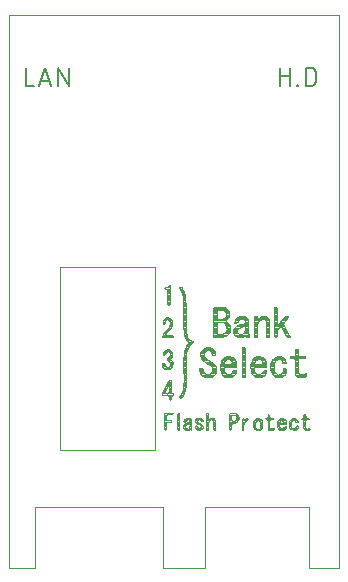
<source format=gto>
G75*
%MOIN*%
%OFA0B0*%
%FSLAX25Y25*%
%IPPOS*%
%LPD*%
%AMOC8*
5,1,8,0,0,1.08239X$1,22.5*
%
%ADD10C,0.00400*%
%ADD11C,0.00394*%
%ADD12C,0.00500*%
D10*
X0001200Y0001200D02*
X0001200Y0185528D01*
X0111257Y0185528D01*
X0111257Y0001200D01*
X0101357Y0001200D01*
X0101357Y0021357D01*
X0066712Y0021357D01*
X0066712Y0001200D01*
X0052539Y0001200D01*
X0052539Y0021357D01*
X0010019Y0021357D01*
X0010019Y0001200D01*
X0001200Y0001200D01*
X0018208Y0040255D02*
X0018208Y0101357D01*
X0050019Y0101357D01*
X0050019Y0040255D01*
X0018208Y0040255D01*
D11*
X0052764Y0047464D02*
X0053175Y0047091D01*
X0053444Y0047612D01*
X0053447Y0049187D01*
X0053609Y0049814D01*
X0055184Y0049814D01*
X0055148Y0050381D01*
X0053573Y0050381D01*
X0053448Y0051043D01*
X0053448Y0051831D01*
X0053772Y0052295D01*
X0055347Y0052299D01*
X0055872Y0052564D01*
X0055385Y0052861D01*
X0053023Y0052861D01*
X0052764Y0052332D01*
X0052764Y0049826D01*
X0052764Y0047464D01*
X0052764Y0047481D02*
X0053376Y0047481D01*
X0053444Y0047873D02*
X0052764Y0047873D01*
X0052764Y0048265D02*
X0053445Y0048265D01*
X0053446Y0048658D02*
X0052764Y0048658D01*
X0052764Y0049050D02*
X0053447Y0049050D01*
X0053513Y0049442D02*
X0052764Y0049442D01*
X0052764Y0049834D02*
X0055183Y0049834D01*
X0055158Y0050227D02*
X0052764Y0050227D01*
X0052764Y0050619D02*
X0053528Y0050619D01*
X0053454Y0051011D02*
X0052764Y0051011D01*
X0052764Y0051403D02*
X0053448Y0051403D01*
X0053448Y0051795D02*
X0052764Y0051795D01*
X0052764Y0052188D02*
X0053697Y0052188D01*
X0052885Y0052580D02*
X0055847Y0052580D01*
X0057372Y0052188D02*
X0057487Y0052861D01*
X0057960Y0052547D01*
X0057960Y0047822D01*
X0057907Y0047088D01*
X0057372Y0047340D01*
X0057372Y0052188D01*
X0057960Y0052188D01*
X0057960Y0051795D02*
X0057372Y0051795D01*
X0057372Y0051403D02*
X0057960Y0051403D01*
X0057960Y0051011D02*
X0057372Y0051011D01*
X0057372Y0050619D02*
X0057960Y0050619D01*
X0057960Y0050227D02*
X0057372Y0050227D01*
X0057372Y0049834D02*
X0057960Y0049834D01*
X0057960Y0049442D02*
X0057372Y0049442D01*
X0057372Y0049050D02*
X0057960Y0049050D01*
X0057960Y0048658D02*
X0057372Y0048658D01*
X0057372Y0048265D02*
X0057960Y0048265D01*
X0057960Y0047873D02*
X0057372Y0047873D01*
X0057372Y0047481D02*
X0057936Y0047481D01*
X0057905Y0047089D02*
X0057907Y0047089D01*
X0059406Y0047492D02*
X0060078Y0047117D01*
X0060856Y0047180D01*
X0061428Y0047404D01*
X0060050Y0047763D01*
X0059941Y0048498D01*
X0060567Y0048946D01*
X0061296Y0049244D01*
X0061424Y0048670D01*
X0061203Y0047958D01*
X0061938Y0047093D01*
X0062045Y0047522D01*
X0062016Y0048306D01*
X0062008Y0049880D01*
X0061876Y0050644D01*
X0061254Y0051088D01*
X0060471Y0051128D01*
X0059764Y0050815D01*
X0059370Y0050145D01*
X0059785Y0049814D01*
X0060192Y0050380D01*
X0060908Y0050603D01*
X0061419Y0050123D01*
X0060881Y0049616D01*
X0060139Y0049352D01*
X0059482Y0048934D01*
X0059180Y0048227D01*
X0059406Y0047492D01*
X0059427Y0047481D02*
X0061132Y0047481D01*
X0061275Y0047873D02*
X0062032Y0047873D01*
X0062035Y0047481D02*
X0061608Y0047481D01*
X0061299Y0048265D02*
X0062017Y0048265D01*
X0062014Y0048658D02*
X0061421Y0048658D01*
X0061339Y0049050D02*
X0062012Y0049050D01*
X0062010Y0049442D02*
X0060392Y0049442D01*
X0060821Y0049050D02*
X0059665Y0049050D01*
X0059364Y0048658D02*
X0060164Y0048658D01*
X0059975Y0048265D02*
X0059196Y0048265D01*
X0059289Y0047873D02*
X0060033Y0047873D01*
X0059800Y0049834D02*
X0059760Y0049834D01*
X0060082Y0050227D02*
X0059418Y0050227D01*
X0059649Y0050619D02*
X0061880Y0050619D01*
X0061948Y0050227D02*
X0061309Y0050227D01*
X0061113Y0049834D02*
X0062008Y0049834D01*
X0063196Y0049877D02*
X0063336Y0050628D01*
X0063961Y0051077D01*
X0064742Y0051127D01*
X0065441Y0050794D01*
X0065768Y0050097D01*
X0065177Y0049953D01*
X0064759Y0050571D01*
X0063999Y0050491D01*
X0063920Y0049805D01*
X0064603Y0049424D01*
X0065329Y0049122D01*
X0065818Y0048532D01*
X0065751Y0047765D01*
X0065182Y0047239D01*
X0064415Y0047101D01*
X0063918Y0047172D01*
X0063296Y0047626D01*
X0063085Y0048376D01*
X0063586Y0048659D01*
X0063768Y0047964D01*
X0064433Y0047626D01*
X0065144Y0047892D01*
X0065090Y0048600D01*
X0064397Y0048963D01*
X0063678Y0049283D01*
X0063196Y0049877D01*
X0063231Y0049834D02*
X0063924Y0049834D01*
X0063969Y0050227D02*
X0063262Y0050227D01*
X0063335Y0050619D02*
X0065523Y0050619D01*
X0065707Y0050227D02*
X0064992Y0050227D01*
X0064985Y0051011D02*
X0063870Y0051011D01*
X0063549Y0049442D02*
X0064570Y0049442D01*
X0064202Y0049050D02*
X0065390Y0049050D01*
X0065714Y0048658D02*
X0064980Y0048658D01*
X0065115Y0048265D02*
X0065795Y0048265D01*
X0065760Y0047873D02*
X0065093Y0047873D01*
X0065443Y0047481D02*
X0063495Y0047481D01*
X0063226Y0047873D02*
X0063946Y0047873D01*
X0063689Y0048265D02*
X0063116Y0048265D01*
X0063583Y0048658D02*
X0063586Y0048658D01*
X0061361Y0051011D02*
X0060206Y0051011D01*
X0057911Y0052580D02*
X0057439Y0052580D01*
X0054947Y0057127D02*
X0055256Y0057605D01*
X0055256Y0058393D01*
X0055738Y0058698D01*
X0055972Y0059251D01*
X0055284Y0059351D01*
X0055256Y0060110D01*
X0055256Y0063260D01*
X0054986Y0063775D01*
X0054342Y0063537D01*
X0052538Y0060037D01*
X0052189Y0059334D01*
X0052334Y0058699D01*
X0053860Y0058699D01*
X0053853Y0059351D01*
X0053115Y0059351D01*
X0053212Y0059891D01*
X0054288Y0061994D01*
X0054464Y0061939D01*
X0054464Y0061152D01*
X0054465Y0060363D01*
X0054465Y0059575D01*
X0053948Y0059369D01*
X0053954Y0058680D01*
X0054465Y0058467D01*
X0054465Y0057432D01*
X0054947Y0057127D01*
X0055050Y0057286D02*
X0054695Y0057286D01*
X0054465Y0057679D02*
X0055256Y0057679D01*
X0055256Y0058071D02*
X0054465Y0058071D01*
X0054465Y0058463D02*
X0055367Y0058463D01*
X0055804Y0058855D02*
X0053953Y0058855D01*
X0053858Y0058855D02*
X0052298Y0058855D01*
X0052209Y0059247D02*
X0053854Y0059247D01*
X0053949Y0059247D02*
X0055971Y0059247D01*
X0055273Y0059640D02*
X0054465Y0059640D01*
X0054465Y0060032D02*
X0055259Y0060032D01*
X0055256Y0060424D02*
X0054465Y0060424D01*
X0054464Y0060816D02*
X0055256Y0060816D01*
X0055256Y0061208D02*
X0054464Y0061208D01*
X0054464Y0061601D02*
X0055256Y0061601D01*
X0055256Y0061993D02*
X0054292Y0061993D01*
X0054287Y0061993D02*
X0053546Y0061993D01*
X0053748Y0062385D02*
X0055256Y0062385D01*
X0055256Y0062777D02*
X0053950Y0062777D01*
X0054152Y0063170D02*
X0055256Y0063170D01*
X0055098Y0063562D02*
X0054409Y0063562D01*
X0054086Y0061601D02*
X0053344Y0061601D01*
X0053142Y0061208D02*
X0053886Y0061208D01*
X0053685Y0060816D02*
X0052940Y0060816D01*
X0052737Y0060424D02*
X0053484Y0060424D01*
X0053284Y0060032D02*
X0052535Y0060032D01*
X0052341Y0059640D02*
X0053166Y0059640D01*
X0057958Y0058110D02*
X0058357Y0057729D01*
X0058895Y0058147D01*
X0059339Y0058796D01*
X0059660Y0059514D01*
X0059875Y0060271D01*
X0060011Y0061047D01*
X0060093Y0061830D01*
X0060136Y0062616D01*
X0060148Y0063403D01*
X0060149Y0064978D01*
X0060100Y0068128D01*
X0060094Y0068915D01*
X0060097Y0069703D01*
X0060111Y0070490D01*
X0060143Y0071277D01*
X0060202Y0072062D01*
X0060307Y0072842D01*
X0060477Y0073611D01*
X0060741Y0074352D01*
X0061131Y0075034D01*
X0061653Y0075622D01*
X0062249Y0076137D01*
X0062499Y0076576D01*
X0061771Y0076877D01*
X0061106Y0077288D01*
X0060667Y0077937D01*
X0060416Y0078682D01*
X0060268Y0079455D01*
X0060182Y0080238D01*
X0060132Y0081023D01*
X0060105Y0081810D01*
X0060095Y0082598D01*
X0060088Y0088897D01*
X0060067Y0089685D01*
X0060022Y0090471D01*
X0059945Y0091254D01*
X0059825Y0092032D01*
X0059644Y0092798D01*
X0059378Y0093539D01*
X0059003Y0094230D01*
X0058527Y0094857D01*
X0057962Y0094749D01*
X0058142Y0094163D01*
X0058576Y0093508D01*
X0058878Y0092781D01*
X0059077Y0092020D01*
X0059204Y0091243D01*
X0059283Y0090460D01*
X0059329Y0089674D01*
X0059353Y0088887D01*
X0059364Y0087312D01*
X0059354Y0083374D01*
X0059356Y0082587D01*
X0059367Y0081800D01*
X0059395Y0081013D01*
X0059444Y0080227D01*
X0059526Y0079444D01*
X0059661Y0078668D01*
X0059880Y0077912D01*
X0060228Y0077208D01*
X0060748Y0076621D01*
X0061159Y0076172D01*
X0060627Y0075593D01*
X0060203Y0074930D01*
X0059891Y0074208D01*
X0059676Y0073451D01*
X0059535Y0072677D01*
X0059447Y0071894D01*
X0059395Y0071109D01*
X0059372Y0070321D01*
X0059364Y0069534D01*
X0059368Y0067959D01*
X0059405Y0065597D01*
X0059420Y0064022D01*
X0059415Y0063235D01*
X0059392Y0062448D01*
X0059339Y0061662D01*
X0059242Y0060881D01*
X0059076Y0060111D01*
X0058807Y0059373D01*
X0058396Y0058703D01*
X0057958Y0058110D01*
X0057999Y0058071D02*
X0058796Y0058071D01*
X0059111Y0058463D02*
X0058219Y0058463D01*
X0058489Y0058855D02*
X0059366Y0058855D01*
X0059541Y0059247D02*
X0058730Y0059247D01*
X0058904Y0059640D02*
X0059695Y0059640D01*
X0059807Y0060032D02*
X0059047Y0060032D01*
X0059143Y0060424D02*
X0059901Y0060424D01*
X0059971Y0060816D02*
X0059228Y0060816D01*
X0059283Y0061208D02*
X0060028Y0061208D01*
X0060069Y0061601D02*
X0059332Y0061601D01*
X0059362Y0061993D02*
X0060102Y0061993D01*
X0060123Y0062385D02*
X0059388Y0062385D01*
X0059401Y0062777D02*
X0060138Y0062777D01*
X0060144Y0063170D02*
X0059413Y0063170D01*
X0059417Y0063562D02*
X0060148Y0063562D01*
X0060148Y0063954D02*
X0059420Y0063954D01*
X0059417Y0064346D02*
X0060148Y0064346D01*
X0060149Y0064738D02*
X0059413Y0064738D01*
X0059410Y0065131D02*
X0060147Y0065131D01*
X0060140Y0065523D02*
X0059406Y0065523D01*
X0059400Y0065915D02*
X0060134Y0065915D01*
X0060128Y0066307D02*
X0059394Y0066307D01*
X0059388Y0066699D02*
X0060122Y0066699D01*
X0060116Y0067092D02*
X0059382Y0067092D01*
X0059375Y0067484D02*
X0060110Y0067484D01*
X0060104Y0067876D02*
X0059369Y0067876D01*
X0059367Y0068268D02*
X0060099Y0068268D01*
X0060096Y0068660D02*
X0059366Y0068660D01*
X0059365Y0069053D02*
X0060095Y0069053D01*
X0060096Y0069445D02*
X0059365Y0069445D01*
X0059368Y0069837D02*
X0060099Y0069837D01*
X0060106Y0070229D02*
X0059372Y0070229D01*
X0059381Y0070622D02*
X0060116Y0070622D01*
X0060132Y0071014D02*
X0059392Y0071014D01*
X0059414Y0071406D02*
X0060152Y0071406D01*
X0060182Y0071798D02*
X0059440Y0071798D01*
X0059480Y0072190D02*
X0060219Y0072190D01*
X0060272Y0072583D02*
X0059524Y0072583D01*
X0059589Y0072975D02*
X0060336Y0072975D01*
X0060423Y0073367D02*
X0059660Y0073367D01*
X0059763Y0073759D02*
X0060529Y0073759D01*
X0060669Y0074151D02*
X0059875Y0074151D01*
X0060036Y0074544D02*
X0060851Y0074544D01*
X0061075Y0074936D02*
X0060206Y0074936D01*
X0060457Y0075328D02*
X0061392Y0075328D01*
X0061766Y0075720D02*
X0060744Y0075720D01*
X0061104Y0076113D02*
X0062221Y0076113D01*
X0062458Y0076505D02*
X0060855Y0076505D01*
X0060503Y0076897D02*
X0061738Y0076897D01*
X0061105Y0077289D02*
X0060188Y0077289D01*
X0059994Y0077681D02*
X0060840Y0077681D01*
X0060621Y0078074D02*
X0059833Y0078074D01*
X0059720Y0078466D02*
X0060489Y0078466D01*
X0060383Y0078858D02*
X0059628Y0078858D01*
X0059560Y0079250D02*
X0060307Y0079250D01*
X0060247Y0079642D02*
X0059505Y0079642D01*
X0059464Y0080035D02*
X0060204Y0080035D01*
X0060170Y0080427D02*
X0059431Y0080427D01*
X0059407Y0080819D02*
X0060145Y0080819D01*
X0060126Y0081211D02*
X0059388Y0081211D01*
X0059374Y0081603D02*
X0060112Y0081603D01*
X0060102Y0081996D02*
X0059364Y0081996D01*
X0059358Y0082388D02*
X0060097Y0082388D01*
X0060094Y0082780D02*
X0059355Y0082780D01*
X0059354Y0083172D02*
X0060094Y0083172D01*
X0060093Y0083565D02*
X0059354Y0083565D01*
X0059355Y0083957D02*
X0060093Y0083957D01*
X0060093Y0084349D02*
X0059356Y0084349D01*
X0059357Y0084741D02*
X0060092Y0084741D01*
X0060092Y0085133D02*
X0059358Y0085133D01*
X0059359Y0085526D02*
X0060091Y0085526D01*
X0060091Y0085918D02*
X0059360Y0085918D01*
X0059361Y0086310D02*
X0060090Y0086310D01*
X0060090Y0086702D02*
X0059362Y0086702D01*
X0059363Y0087094D02*
X0060090Y0087094D01*
X0060089Y0087487D02*
X0059363Y0087487D01*
X0059360Y0087879D02*
X0060089Y0087879D01*
X0060088Y0088271D02*
X0059357Y0088271D01*
X0059354Y0088663D02*
X0060088Y0088663D01*
X0060083Y0089056D02*
X0059348Y0089056D01*
X0059336Y0089448D02*
X0060073Y0089448D01*
X0060058Y0089840D02*
X0059320Y0089840D01*
X0059297Y0090232D02*
X0060035Y0090232D01*
X0060007Y0090624D02*
X0059267Y0090624D01*
X0059227Y0091017D02*
X0059968Y0091017D01*
X0059921Y0091409D02*
X0059177Y0091409D01*
X0059113Y0091801D02*
X0059861Y0091801D01*
X0059787Y0092193D02*
X0059031Y0092193D01*
X0058929Y0092585D02*
X0059694Y0092585D01*
X0059579Y0092978D02*
X0058797Y0092978D01*
X0058634Y0093370D02*
X0059439Y0093370D01*
X0059257Y0093762D02*
X0058408Y0093762D01*
X0058148Y0094154D02*
X0059044Y0094154D01*
X0058763Y0094546D02*
X0058024Y0094546D01*
X0054807Y0094546D02*
X0053340Y0094546D01*
X0053036Y0094483D02*
X0053349Y0094077D01*
X0054016Y0093957D01*
X0054018Y0090807D01*
X0054017Y0090146D01*
X0054015Y0089358D01*
X0054228Y0088785D01*
X0054807Y0088993D01*
X0054807Y0095292D01*
X0054323Y0095207D01*
X0053801Y0094643D01*
X0053036Y0094483D01*
X0053289Y0094154D02*
X0054807Y0094154D01*
X0054807Y0093762D02*
X0054016Y0093762D01*
X0054017Y0093370D02*
X0054807Y0093370D01*
X0054807Y0092978D02*
X0054017Y0092978D01*
X0054017Y0092585D02*
X0054807Y0092585D01*
X0054807Y0092193D02*
X0054017Y0092193D01*
X0054018Y0091801D02*
X0054807Y0091801D01*
X0054807Y0091409D02*
X0054018Y0091409D01*
X0054018Y0091017D02*
X0054807Y0091017D01*
X0054807Y0090624D02*
X0054018Y0090624D01*
X0054017Y0090232D02*
X0054807Y0090232D01*
X0054807Y0089840D02*
X0054016Y0089840D01*
X0054015Y0089448D02*
X0054807Y0089448D01*
X0054807Y0089056D02*
X0054127Y0089056D01*
X0053918Y0084552D02*
X0053188Y0084286D01*
X0052710Y0083671D01*
X0052500Y0082915D01*
X0052706Y0082381D01*
X0053214Y0082674D01*
X0053375Y0083440D01*
X0053973Y0083911D01*
X0054672Y0083636D01*
X0054909Y0082898D01*
X0054786Y0082126D01*
X0054407Y0081439D01*
X0053905Y0080832D01*
X0053424Y0080208D01*
X0052976Y0079561D01*
X0052561Y0078892D01*
X0052316Y0078182D01*
X0052833Y0077912D01*
X0055195Y0077912D01*
X0055801Y0078093D01*
X0055485Y0078564D01*
X0053910Y0078564D01*
X0053147Y0078578D01*
X0053580Y0079236D01*
X0054049Y0079868D01*
X0055045Y0081087D01*
X0055452Y0081760D01*
X0055676Y0082512D01*
X0055646Y0083296D01*
X0055322Y0084005D01*
X0054693Y0084464D01*
X0053918Y0084552D01*
X0053360Y0084349D02*
X0054851Y0084349D01*
X0055344Y0083957D02*
X0052932Y0083957D01*
X0052680Y0083565D02*
X0053533Y0083565D01*
X0053319Y0083172D02*
X0052571Y0083172D01*
X0052552Y0082780D02*
X0053237Y0082780D01*
X0052718Y0082388D02*
X0052703Y0082388D01*
X0053895Y0080819D02*
X0054826Y0080819D01*
X0055120Y0081211D02*
X0054219Y0081211D01*
X0054498Y0081603D02*
X0055358Y0081603D01*
X0055522Y0081996D02*
X0054714Y0081996D01*
X0054828Y0082388D02*
X0055639Y0082388D01*
X0055666Y0082780D02*
X0054890Y0082780D01*
X0054821Y0083172D02*
X0055651Y0083172D01*
X0055523Y0083565D02*
X0054695Y0083565D01*
X0054505Y0080427D02*
X0053593Y0080427D01*
X0053304Y0080035D02*
X0054185Y0080035D01*
X0053881Y0079642D02*
X0053032Y0079642D01*
X0052783Y0079250D02*
X0053591Y0079250D01*
X0053332Y0078858D02*
X0052549Y0078858D01*
X0052414Y0078466D02*
X0055551Y0078466D01*
X0055738Y0078074D02*
X0052524Y0078074D01*
X0053483Y0073854D02*
X0052859Y0073390D01*
X0052501Y0072695D01*
X0052600Y0072106D01*
X0053183Y0072334D01*
X0053470Y0073057D01*
X0054171Y0073326D01*
X0054745Y0072841D01*
X0054861Y0072069D01*
X0054607Y0071342D01*
X0053902Y0071029D01*
X0053848Y0070438D01*
X0054578Y0070206D01*
X0054947Y0069526D01*
X0054912Y0068744D01*
X0054484Y0068106D01*
X0053732Y0067983D01*
X0053168Y0068489D01*
X0053050Y0069262D01*
X0052273Y0069273D01*
X0052370Y0068497D01*
X0052731Y0067805D01*
X0053387Y0067388D01*
X0053858Y0067305D01*
X0054633Y0067407D01*
X0055275Y0067850D01*
X0055657Y0068532D01*
X0055743Y0069311D01*
X0055521Y0070056D01*
X0054959Y0070594D01*
X0054949Y0070936D01*
X0055468Y0071517D01*
X0055616Y0072285D01*
X0055468Y0073053D01*
X0054989Y0073666D01*
X0054260Y0073935D01*
X0053483Y0073854D01*
X0053356Y0073759D02*
X0054737Y0073759D01*
X0055223Y0073367D02*
X0052848Y0073367D01*
X0052646Y0072975D02*
X0053437Y0072975D01*
X0053282Y0072583D02*
X0052520Y0072583D01*
X0052586Y0072190D02*
X0052815Y0072190D01*
X0053900Y0071014D02*
X0055018Y0071014D01*
X0054958Y0070622D02*
X0053865Y0070622D01*
X0054506Y0070229D02*
X0055340Y0070229D01*
X0055586Y0069837D02*
X0054778Y0069837D01*
X0054943Y0069445D02*
X0055703Y0069445D01*
X0055715Y0069053D02*
X0054925Y0069053D01*
X0054856Y0068660D02*
X0055672Y0068660D01*
X0055509Y0068268D02*
X0054593Y0068268D01*
X0054744Y0067484D02*
X0053236Y0067484D01*
X0052694Y0067876D02*
X0055289Y0067876D01*
X0053414Y0068268D02*
X0052489Y0068268D01*
X0052349Y0068660D02*
X0053142Y0068660D01*
X0053082Y0069053D02*
X0052301Y0069053D01*
X0054630Y0071406D02*
X0055369Y0071406D01*
X0055522Y0071798D02*
X0054766Y0071798D01*
X0054843Y0072190D02*
X0055597Y0072190D01*
X0055558Y0072583D02*
X0054784Y0072583D01*
X0054587Y0072975D02*
X0055483Y0072975D01*
X0065069Y0072682D02*
X0065046Y0071898D01*
X0065240Y0071138D01*
X0065676Y0070487D01*
X0066272Y0069973D01*
X0066898Y0069496D01*
X0067539Y0069038D01*
X0068192Y0068598D01*
X0068799Y0068103D01*
X0069091Y0067385D01*
X0069000Y0066609D01*
X0068562Y0065965D01*
X0067850Y0065650D01*
X0067066Y0065639D01*
X0066374Y0065991D01*
X0065989Y0066665D01*
X0065916Y0067447D01*
X0065436Y0067755D01*
X0064718Y0067685D01*
X0064736Y0066898D01*
X0064935Y0066139D01*
X0065348Y0065472D01*
X0065931Y0064948D01*
X0066659Y0064656D01*
X0067964Y0064594D01*
X0068726Y0064782D01*
X0069397Y0065188D01*
X0069901Y0065789D01*
X0070201Y0066514D01*
X0070298Y0067293D01*
X0070205Y0068072D01*
X0069837Y0068762D01*
X0069247Y0069279D01*
X0068575Y0069689D01*
X0067925Y0070133D01*
X0067299Y0070611D01*
X0066707Y0071130D01*
X0066268Y0071776D01*
X0066210Y0072551D01*
X0066564Y0073244D01*
X0067216Y0073664D01*
X0067991Y0073620D01*
X0068593Y0073131D01*
X0068848Y0072395D01*
X0069163Y0071924D01*
X0069951Y0071924D01*
X0070009Y0072619D01*
X0069807Y0073377D01*
X0069385Y0074037D01*
X0068758Y0074505D01*
X0068002Y0074714D01*
X0067217Y0074722D01*
X0066471Y0074483D01*
X0065831Y0074029D01*
X0065338Y0073418D01*
X0065069Y0072682D01*
X0065066Y0072583D02*
X0066226Y0072583D01*
X0066237Y0072190D02*
X0065055Y0072190D01*
X0065072Y0071798D02*
X0066267Y0071798D01*
X0066520Y0071406D02*
X0065172Y0071406D01*
X0065323Y0071014D02*
X0066839Y0071014D01*
X0067287Y0070622D02*
X0065585Y0070622D01*
X0065974Y0070229D02*
X0067798Y0070229D01*
X0068358Y0069837D02*
X0066450Y0069837D01*
X0066969Y0069445D02*
X0068975Y0069445D01*
X0069505Y0069053D02*
X0067518Y0069053D01*
X0068100Y0068660D02*
X0069891Y0068660D01*
X0070100Y0068268D02*
X0068597Y0068268D01*
X0068892Y0067876D02*
X0070228Y0067876D01*
X0070275Y0067484D02*
X0069051Y0067484D01*
X0069057Y0067092D02*
X0070273Y0067092D01*
X0070224Y0066699D02*
X0069011Y0066699D01*
X0068795Y0066307D02*
X0070115Y0066307D01*
X0069953Y0065915D02*
X0068448Y0065915D01*
X0069302Y0065131D02*
X0065728Y0065131D01*
X0065317Y0065523D02*
X0069678Y0065523D01*
X0068548Y0064738D02*
X0066454Y0064738D01*
X0066523Y0065915D02*
X0065074Y0065915D01*
X0064891Y0066307D02*
X0066193Y0066307D01*
X0065986Y0066699D02*
X0064788Y0066699D01*
X0064732Y0067092D02*
X0065949Y0067092D01*
X0065859Y0067484D02*
X0064723Y0067484D01*
X0065176Y0072975D02*
X0066427Y0072975D01*
X0066755Y0073367D02*
X0065320Y0073367D01*
X0065613Y0073759D02*
X0069563Y0073759D01*
X0069810Y0073367D02*
X0068302Y0073367D01*
X0068647Y0072975D02*
X0069914Y0072975D01*
X0070006Y0072583D02*
X0068783Y0072583D01*
X0068985Y0072190D02*
X0069973Y0072190D01*
X0069232Y0074151D02*
X0066003Y0074151D01*
X0066659Y0074544D02*
X0068617Y0074544D01*
X0069337Y0078093D02*
X0070028Y0077998D01*
X0071603Y0078003D01*
X0072389Y0078025D01*
X0073146Y0078236D01*
X0073826Y0078628D01*
X0074395Y0079170D01*
X0074761Y0079863D01*
X0074904Y0080635D01*
X0074891Y0081421D01*
X0074691Y0082180D01*
X0074255Y0082831D01*
X0073681Y0083292D01*
X0073289Y0082367D01*
X0073656Y0081733D01*
X0073767Y0080957D01*
X0073628Y0080187D01*
X0073177Y0079550D01*
X0072517Y0079129D01*
X0071346Y0078987D01*
X0070559Y0078992D01*
X0070535Y0079755D01*
X0070535Y0082905D01*
X0071119Y0083108D01*
X0071906Y0083105D01*
X0072657Y0082906D01*
X0073227Y0082440D01*
X0073642Y0083372D01*
X0073641Y0083669D01*
X0073032Y0084483D01*
X0072394Y0084133D01*
X0071672Y0084103D01*
X0070885Y0084102D01*
X0070534Y0084539D01*
X0070534Y0086901D01*
X0071041Y0087180D01*
X0071829Y0087178D01*
X0072607Y0087117D01*
X0073241Y0086662D01*
X0073544Y0085948D01*
X0073487Y0085167D01*
X0073101Y0084548D01*
X0073676Y0083752D01*
X0074215Y0084254D01*
X0074566Y0084953D01*
X0074654Y0085733D01*
X0074525Y0086506D01*
X0074168Y0087204D01*
X0073615Y0087760D01*
X0072899Y0088076D01*
X0072119Y0088167D01*
X0069757Y0088176D01*
X0069337Y0087809D01*
X0069337Y0078093D01*
X0069480Y0078074D02*
X0072564Y0078074D01*
X0073544Y0078466D02*
X0069337Y0078466D01*
X0069337Y0078858D02*
X0074067Y0078858D01*
X0074437Y0079250D02*
X0072707Y0079250D01*
X0073242Y0079642D02*
X0074644Y0079642D01*
X0074792Y0080035D02*
X0073520Y0080035D01*
X0073671Y0080427D02*
X0074865Y0080427D01*
X0074901Y0080819D02*
X0073742Y0080819D01*
X0073731Y0081211D02*
X0074894Y0081211D01*
X0074843Y0081603D02*
X0073675Y0081603D01*
X0073504Y0081996D02*
X0074740Y0081996D01*
X0074552Y0082388D02*
X0073298Y0082388D01*
X0073378Y0082780D02*
X0072811Y0082780D01*
X0073464Y0082780D02*
X0074289Y0082780D01*
X0073830Y0083172D02*
X0073630Y0083172D01*
X0073553Y0083172D02*
X0069337Y0083172D01*
X0069337Y0082780D02*
X0070535Y0082780D01*
X0070535Y0082388D02*
X0069337Y0082388D01*
X0069337Y0081996D02*
X0070535Y0081996D01*
X0070535Y0081603D02*
X0069337Y0081603D01*
X0069337Y0081211D02*
X0070535Y0081211D01*
X0070535Y0080819D02*
X0069337Y0080819D01*
X0069337Y0080427D02*
X0070535Y0080427D01*
X0070535Y0080035D02*
X0069337Y0080035D01*
X0069337Y0079642D02*
X0070538Y0079642D01*
X0070551Y0079250D02*
X0069337Y0079250D01*
X0069337Y0083565D02*
X0073641Y0083565D01*
X0073528Y0083957D02*
X0073896Y0083957D01*
X0073425Y0083957D02*
X0069337Y0083957D01*
X0069337Y0084349D02*
X0070687Y0084349D01*
X0070534Y0084741D02*
X0069337Y0084741D01*
X0069337Y0085133D02*
X0070534Y0085133D01*
X0070534Y0085526D02*
X0069337Y0085526D01*
X0069337Y0085918D02*
X0070534Y0085918D01*
X0070534Y0086310D02*
X0069337Y0086310D01*
X0069337Y0086702D02*
X0070534Y0086702D01*
X0070885Y0087094D02*
X0069337Y0087094D01*
X0069337Y0087487D02*
X0073887Y0087487D01*
X0074224Y0087094D02*
X0072638Y0087094D01*
X0073185Y0086702D02*
X0074425Y0086702D01*
X0074558Y0086310D02*
X0073391Y0086310D01*
X0073542Y0085918D02*
X0074623Y0085918D01*
X0074631Y0085526D02*
X0073513Y0085526D01*
X0073466Y0085133D02*
X0074586Y0085133D01*
X0074459Y0084741D02*
X0073222Y0084741D01*
X0073245Y0084349D02*
X0074262Y0084349D01*
X0073132Y0084349D02*
X0072788Y0084349D01*
X0073346Y0087879D02*
X0069417Y0087879D01*
X0076792Y0084272D02*
X0076422Y0083581D01*
X0076277Y0082810D01*
X0077064Y0082798D01*
X0077500Y0083214D01*
X0077889Y0083889D01*
X0078594Y0084200D01*
X0079375Y0084135D01*
X0079942Y0083633D01*
X0079792Y0082892D01*
X0079133Y0082487D01*
X0078394Y0082216D01*
X0077649Y0081961D01*
X0076956Y0081594D01*
X0076390Y0081050D01*
X0076066Y0080339D01*
X0076038Y0079555D01*
X0076324Y0078828D01*
X0076893Y0078292D01*
X0077630Y0078028D01*
X0078234Y0078007D01*
X0079004Y0078155D01*
X0079651Y0078505D01*
X0078971Y0079070D01*
X0078510Y0078947D01*
X0077738Y0079053D01*
X0077295Y0079668D01*
X0077354Y0080443D01*
X0077896Y0080996D01*
X0078614Y0081314D01*
X0079351Y0081593D01*
X0079981Y0081808D01*
X0079986Y0080234D01*
X0079636Y0079563D01*
X0079057Y0079113D01*
X0079738Y0078505D01*
X0080024Y0078355D01*
X0080579Y0077999D01*
X0081367Y0078002D01*
X0081114Y0078638D01*
X0081030Y0079417D01*
X0081012Y0083354D01*
X0080858Y0084118D01*
X0080377Y0084732D01*
X0079663Y0085050D01*
X0078882Y0085144D01*
X0078098Y0085085D01*
X0077368Y0084803D01*
X0076792Y0084272D01*
X0076876Y0084349D02*
X0080677Y0084349D01*
X0080890Y0083957D02*
X0079576Y0083957D01*
X0079928Y0083565D02*
X0080969Y0083565D01*
X0081013Y0083172D02*
X0079849Y0083172D01*
X0079610Y0082780D02*
X0081015Y0082780D01*
X0081016Y0082388D02*
X0078862Y0082388D01*
X0079382Y0081603D02*
X0076974Y0081603D01*
X0076558Y0081211D02*
X0078382Y0081211D01*
X0077722Y0080819D02*
X0076285Y0080819D01*
X0076106Y0080427D02*
X0077353Y0080427D01*
X0077323Y0080035D02*
X0076055Y0080035D01*
X0076041Y0079642D02*
X0077313Y0079642D01*
X0077596Y0079250D02*
X0076158Y0079250D01*
X0076312Y0078858D02*
X0079226Y0078858D01*
X0079343Y0078858D02*
X0081090Y0078858D01*
X0081048Y0079250D02*
X0079233Y0079250D01*
X0079678Y0079642D02*
X0081029Y0079642D01*
X0081027Y0080035D02*
X0079882Y0080035D01*
X0079985Y0080427D02*
X0081026Y0080427D01*
X0081024Y0080819D02*
X0079984Y0080819D01*
X0079983Y0081211D02*
X0081022Y0081211D01*
X0081020Y0081603D02*
X0079982Y0081603D01*
X0081018Y0081996D02*
X0077751Y0081996D01*
X0077456Y0083172D02*
X0076345Y0083172D01*
X0076419Y0083565D02*
X0077702Y0083565D01*
X0078043Y0083957D02*
X0076623Y0083957D01*
X0077300Y0084741D02*
X0080357Y0084741D01*
X0078970Y0085133D02*
X0078740Y0085133D01*
X0082851Y0084556D02*
X0082851Y0082193D01*
X0082851Y0081007D01*
X0082851Y0078644D01*
X0082991Y0077997D01*
X0083779Y0077997D01*
X0083899Y0078665D01*
X0083905Y0081815D01*
X0084012Y0082592D01*
X0084350Y0083299D01*
X0084893Y0083866D01*
X0085601Y0084192D01*
X0086367Y0084074D01*
X0086866Y0083489D01*
X0086920Y0082709D01*
X0086924Y0078772D01*
X0086938Y0077997D01*
X0087726Y0077997D01*
X0087972Y0078537D01*
X0087961Y0083262D01*
X0087829Y0084033D01*
X0087387Y0084676D01*
X0086709Y0085062D01*
X0085929Y0085138D01*
X0085166Y0084962D01*
X0084524Y0084515D01*
X0084002Y0083927D01*
X0083902Y0084430D01*
X0083832Y0085150D01*
X0083044Y0085150D01*
X0082851Y0084556D01*
X0082912Y0084741D02*
X0083872Y0084741D01*
X0083833Y0085133D02*
X0083039Y0085133D01*
X0082851Y0084349D02*
X0083918Y0084349D01*
X0083996Y0083957D02*
X0082851Y0083957D01*
X0082851Y0083565D02*
X0084604Y0083565D01*
X0084289Y0083172D02*
X0082851Y0083172D01*
X0082851Y0082780D02*
X0084102Y0082780D01*
X0083984Y0082388D02*
X0082851Y0082388D01*
X0082851Y0081996D02*
X0083930Y0081996D01*
X0083904Y0081603D02*
X0082851Y0081603D01*
X0082851Y0081211D02*
X0083903Y0081211D01*
X0083903Y0080819D02*
X0082851Y0080819D01*
X0082851Y0080427D02*
X0083902Y0080427D01*
X0083901Y0080035D02*
X0082851Y0080035D01*
X0082851Y0079642D02*
X0083900Y0079642D01*
X0083900Y0079250D02*
X0082851Y0079250D01*
X0082851Y0078858D02*
X0083899Y0078858D01*
X0083863Y0078466D02*
X0082890Y0078466D01*
X0082975Y0078074D02*
X0083793Y0078074D01*
X0081338Y0078074D02*
X0080463Y0078074D01*
X0079813Y0078466D02*
X0081183Y0078466D01*
X0079579Y0078466D02*
X0076708Y0078466D01*
X0077503Y0078074D02*
X0078581Y0078074D01*
X0078767Y0074654D02*
X0079462Y0074747D01*
X0079804Y0074302D01*
X0079804Y0064853D01*
X0079301Y0064569D01*
X0078767Y0064822D01*
X0078767Y0074654D01*
X0078767Y0074544D02*
X0079618Y0074544D01*
X0079804Y0074151D02*
X0078767Y0074151D01*
X0078767Y0073759D02*
X0079804Y0073759D01*
X0079804Y0073367D02*
X0078767Y0073367D01*
X0078767Y0072975D02*
X0079804Y0072975D01*
X0079804Y0072583D02*
X0078767Y0072583D01*
X0078767Y0072190D02*
X0079804Y0072190D01*
X0079804Y0071798D02*
X0078767Y0071798D01*
X0078767Y0071406D02*
X0079804Y0071406D01*
X0079804Y0071014D02*
X0078767Y0071014D01*
X0078767Y0070622D02*
X0079804Y0070622D01*
X0079804Y0070229D02*
X0078767Y0070229D01*
X0078767Y0069837D02*
X0079804Y0069837D01*
X0079804Y0069445D02*
X0078767Y0069445D01*
X0078767Y0069053D02*
X0079804Y0069053D01*
X0079804Y0068660D02*
X0078767Y0068660D01*
X0078767Y0068268D02*
X0079804Y0068268D01*
X0079804Y0067876D02*
X0078767Y0067876D01*
X0078767Y0067484D02*
X0079804Y0067484D01*
X0079804Y0067092D02*
X0078767Y0067092D01*
X0078767Y0066699D02*
X0079804Y0066699D01*
X0079804Y0066307D02*
X0078767Y0066307D01*
X0078767Y0065915D02*
X0079804Y0065915D01*
X0079804Y0065523D02*
X0078767Y0065523D01*
X0078767Y0065131D02*
X0079804Y0065131D01*
X0079602Y0064738D02*
X0078944Y0064738D01*
X0076609Y0065915D02*
X0075318Y0065915D01*
X0075449Y0065995D02*
X0074788Y0065594D01*
X0074005Y0065604D01*
X0073330Y0065987D01*
X0072948Y0066665D01*
X0072808Y0067439D01*
X0072878Y0068069D01*
X0072873Y0069001D01*
X0072917Y0069634D01*
X0073305Y0070311D01*
X0073952Y0070748D01*
X0074723Y0070779D01*
X0075359Y0070330D01*
X0075666Y0069614D01*
X0075232Y0068952D01*
X0072919Y0068952D01*
X0072933Y0068118D01*
X0076821Y0068118D01*
X0076891Y0068820D01*
X0076792Y0069600D01*
X0076558Y0070350D01*
X0076116Y0070996D01*
X0075479Y0071454D01*
X0074732Y0071693D01*
X0073948Y0071681D01*
X0073202Y0071437D01*
X0072566Y0070978D01*
X0072092Y0070354D01*
X0071806Y0069622D01*
X0071668Y0068847D01*
X0071638Y0068061D01*
X0071688Y0067276D01*
X0071863Y0066509D01*
X0072192Y0065796D01*
X0072687Y0065186D01*
X0073348Y0064766D01*
X0074111Y0064582D01*
X0074299Y0064572D01*
X0075081Y0064638D01*
X0075802Y0064946D01*
X0076375Y0065481D01*
X0076747Y0066172D01*
X0076941Y0066934D01*
X0076248Y0067017D01*
X0075721Y0066724D01*
X0075449Y0065995D01*
X0075566Y0066307D02*
X0076781Y0066307D01*
X0076881Y0066699D02*
X0075712Y0066699D01*
X0076398Y0065523D02*
X0072413Y0065523D01*
X0072137Y0065915D02*
X0073457Y0065915D01*
X0073149Y0066307D02*
X0071956Y0066307D01*
X0071820Y0066699D02*
X0072942Y0066699D01*
X0072871Y0067092D02*
X0071730Y0067092D01*
X0071674Y0067484D02*
X0072813Y0067484D01*
X0072856Y0067876D02*
X0071650Y0067876D01*
X0071646Y0068268D02*
X0072877Y0068268D01*
X0072930Y0068268D02*
X0076836Y0068268D01*
X0076875Y0068660D02*
X0072924Y0068660D01*
X0072875Y0068660D02*
X0071661Y0068660D01*
X0071704Y0069053D02*
X0072877Y0069053D01*
X0072904Y0069445D02*
X0071775Y0069445D01*
X0071890Y0069837D02*
X0073034Y0069837D01*
X0073258Y0070229D02*
X0072043Y0070229D01*
X0072295Y0070622D02*
X0073765Y0070622D01*
X0073159Y0071406D02*
X0075546Y0071406D01*
X0076092Y0071014D02*
X0072616Y0071014D01*
X0074945Y0070622D02*
X0076373Y0070622D01*
X0076596Y0070229D02*
X0075402Y0070229D01*
X0075571Y0069837D02*
X0076718Y0069837D01*
X0076812Y0069445D02*
X0075555Y0069445D01*
X0075298Y0069053D02*
X0076861Y0069053D01*
X0075999Y0065131D02*
X0072774Y0065131D01*
X0073463Y0064738D02*
X0075315Y0064738D01*
X0081966Y0066389D02*
X0082321Y0065689D01*
X0082843Y0065103D01*
X0083527Y0064721D01*
X0084487Y0064570D01*
X0085265Y0064671D01*
X0085967Y0065018D01*
X0086510Y0065584D01*
X0086850Y0066291D01*
X0086970Y0067017D01*
X0086182Y0067017D01*
X0085761Y0066599D01*
X0085424Y0065902D01*
X0084724Y0065574D01*
X0083944Y0065638D01*
X0083304Y0066079D01*
X0082976Y0066788D01*
X0082859Y0067566D01*
X0083054Y0068072D01*
X0082855Y0069035D01*
X0083020Y0069753D01*
X0083457Y0070398D01*
X0084133Y0070788D01*
X0084901Y0070731D01*
X0085495Y0070228D01*
X0085747Y0069489D01*
X0085167Y0068952D01*
X0083592Y0068952D01*
X0082893Y0068985D01*
X0083120Y0068118D01*
X0086221Y0068118D01*
X0086967Y0068159D01*
X0086942Y0068946D01*
X0086826Y0069724D01*
X0086564Y0070465D01*
X0086084Y0071082D01*
X0085425Y0071509D01*
X0084667Y0071707D01*
X0083884Y0071657D01*
X0083151Y0071377D01*
X0082538Y0070887D01*
X0082095Y0070241D01*
X0081836Y0069498D01*
X0081717Y0068721D01*
X0081701Y0067934D01*
X0081768Y0067150D01*
X0081966Y0066389D01*
X0082007Y0066307D02*
X0083198Y0066307D01*
X0083017Y0066699D02*
X0081885Y0066699D01*
X0081783Y0067092D02*
X0082930Y0067092D01*
X0082871Y0067484D02*
X0081739Y0067484D01*
X0081706Y0067876D02*
X0082978Y0067876D01*
X0083013Y0068268D02*
X0081707Y0068268D01*
X0081715Y0068660D02*
X0082932Y0068660D01*
X0082978Y0068660D02*
X0086951Y0068660D01*
X0086964Y0068268D02*
X0083081Y0068268D01*
X0082859Y0069053D02*
X0081768Y0069053D01*
X0081828Y0069445D02*
X0082949Y0069445D01*
X0083077Y0069837D02*
X0081954Y0069837D01*
X0082091Y0070229D02*
X0083343Y0070229D01*
X0083845Y0070622D02*
X0082356Y0070622D01*
X0082696Y0071014D02*
X0086137Y0071014D01*
X0086442Y0070622D02*
X0085030Y0070622D01*
X0085494Y0070229D02*
X0086647Y0070229D01*
X0086786Y0069837D02*
X0085628Y0069837D01*
X0085699Y0069445D02*
X0086868Y0069445D01*
X0086926Y0069053D02*
X0085275Y0069053D01*
X0085862Y0066699D02*
X0086917Y0066699D01*
X0086853Y0066307D02*
X0085620Y0066307D01*
X0085431Y0065915D02*
X0086669Y0065915D01*
X0086451Y0065523D02*
X0082469Y0065523D01*
X0082207Y0065915D02*
X0083542Y0065915D01*
X0082819Y0065131D02*
X0086075Y0065131D01*
X0085400Y0064738D02*
X0083496Y0064738D01*
X0088452Y0066614D02*
X0088770Y0065896D01*
X0089273Y0065293D01*
X0089917Y0064844D01*
X0090662Y0064599D01*
X0091287Y0064579D01*
X0092055Y0064738D01*
X0092733Y0065132D01*
X0093253Y0065719D01*
X0093571Y0066436D01*
X0093696Y0067212D01*
X0093299Y0067594D01*
X0092512Y0067594D01*
X0092456Y0066827D01*
X0092173Y0066100D01*
X0091571Y0065606D01*
X0090799Y0065538D01*
X0090116Y0065912D01*
X0089683Y0066560D01*
X0089504Y0067324D01*
X0089472Y0068111D01*
X0089528Y0068896D01*
X0089706Y0069661D01*
X0090115Y0070326D01*
X0090783Y0070730D01*
X0091556Y0070703D01*
X0092128Y0070186D01*
X0092367Y0069440D01*
X0092997Y0069262D01*
X0093520Y0069514D01*
X0093337Y0070278D01*
X0092937Y0070952D01*
X0092330Y0071446D01*
X0091584Y0071684D01*
X0090799Y0071692D01*
X0090050Y0071461D01*
X0089404Y0071015D01*
X0088889Y0070422D01*
X0088541Y0069718D01*
X0088348Y0068955D01*
X0088276Y0068172D01*
X0088298Y0067385D01*
X0088452Y0066614D01*
X0088435Y0066699D02*
X0089650Y0066699D01*
X0089559Y0067092D02*
X0088357Y0067092D01*
X0088295Y0067484D02*
X0089498Y0067484D01*
X0089482Y0067876D02*
X0088284Y0067876D01*
X0088284Y0068268D02*
X0089484Y0068268D01*
X0089512Y0068660D02*
X0088320Y0068660D01*
X0088372Y0069053D02*
X0089565Y0069053D01*
X0089656Y0069445D02*
X0088472Y0069445D01*
X0088600Y0069837D02*
X0089814Y0069837D01*
X0090056Y0070229D02*
X0088794Y0070229D01*
X0089063Y0070622D02*
X0090604Y0070622D01*
X0089971Y0071406D02*
X0092380Y0071406D01*
X0092861Y0071014D02*
X0089403Y0071014D01*
X0091646Y0070622D02*
X0093133Y0070622D01*
X0093349Y0070229D02*
X0092079Y0070229D01*
X0092239Y0069837D02*
X0093443Y0069837D01*
X0093376Y0069445D02*
X0092365Y0069445D01*
X0092504Y0067484D02*
X0093414Y0067484D01*
X0093677Y0067092D02*
X0092475Y0067092D01*
X0092406Y0066699D02*
X0093613Y0066699D01*
X0093514Y0066307D02*
X0092254Y0066307D01*
X0091948Y0065915D02*
X0093340Y0065915D01*
X0093079Y0065523D02*
X0089081Y0065523D01*
X0088762Y0065915D02*
X0090114Y0065915D01*
X0089852Y0066307D02*
X0088588Y0066307D01*
X0089506Y0065131D02*
X0092731Y0065131D01*
X0092055Y0064738D02*
X0090239Y0064738D01*
X0094901Y0071047D02*
X0095529Y0070887D01*
X0096316Y0070887D01*
X0096569Y0070352D01*
X0096575Y0066414D01*
X0096593Y0065627D01*
X0096956Y0064947D01*
X0097664Y0064623D01*
X0098289Y0064571D01*
X0099073Y0064638D01*
X0099847Y0064782D01*
X0100278Y0065226D01*
X0100245Y0065963D01*
X0099503Y0065702D01*
X0098728Y0065569D01*
X0097949Y0065637D01*
X0097621Y0066280D01*
X0097616Y0070218D01*
X0097734Y0070887D01*
X0099309Y0070887D01*
X0099958Y0071026D01*
X0099866Y0071721D01*
X0098291Y0071721D01*
X0097616Y0071834D01*
X0097616Y0073409D01*
X0097439Y0074020D01*
X0096652Y0074020D01*
X0096569Y0073316D01*
X0096569Y0071741D01*
X0095801Y0071721D01*
X0095013Y0071721D01*
X0094901Y0071047D01*
X0095030Y0071014D02*
X0099900Y0071014D01*
X0099907Y0071406D02*
X0094961Y0071406D01*
X0096569Y0071798D02*
X0097833Y0071798D01*
X0097616Y0072190D02*
X0096569Y0072190D01*
X0096569Y0072583D02*
X0097616Y0072583D01*
X0097616Y0072975D02*
X0096569Y0072975D01*
X0096575Y0073367D02*
X0097616Y0073367D01*
X0097515Y0073759D02*
X0096621Y0073759D01*
X0096442Y0070622D02*
X0097687Y0070622D01*
X0097618Y0070229D02*
X0096569Y0070229D01*
X0096570Y0069837D02*
X0097617Y0069837D01*
X0097617Y0069445D02*
X0096570Y0069445D01*
X0096571Y0069053D02*
X0097618Y0069053D01*
X0097618Y0068660D02*
X0096572Y0068660D01*
X0096572Y0068268D02*
X0097619Y0068268D01*
X0097619Y0067876D02*
X0096573Y0067876D01*
X0096574Y0067484D02*
X0097620Y0067484D01*
X0097620Y0067092D02*
X0096574Y0067092D01*
X0096575Y0066699D02*
X0097621Y0066699D01*
X0097621Y0066307D02*
X0096578Y0066307D01*
X0096587Y0065915D02*
X0097807Y0065915D01*
X0096649Y0065523D02*
X0100265Y0065523D01*
X0100247Y0065915D02*
X0100109Y0065915D01*
X0100185Y0065131D02*
X0096858Y0065131D01*
X0097412Y0064738D02*
X0099611Y0064738D01*
X0099852Y0052327D02*
X0099390Y0052001D01*
X0099390Y0051213D01*
X0098783Y0051033D01*
X0098450Y0050579D01*
X0099210Y0050552D01*
X0099391Y0049944D01*
X0099400Y0047582D01*
X0099908Y0047037D01*
X0100079Y0046997D01*
X0100863Y0047025D01*
X0101497Y0047295D01*
X0101202Y0047664D01*
X0100428Y0047538D01*
X0099989Y0048029D01*
X0099989Y0050391D01*
X0100616Y0050552D01*
X0101315Y0050640D01*
X0100920Y0051033D01*
X0100133Y0051033D01*
X0099852Y0052327D01*
X0099882Y0052188D02*
X0099655Y0052188D01*
X0099390Y0051795D02*
X0099967Y0051795D01*
X0100052Y0051403D02*
X0099390Y0051403D01*
X0098767Y0051011D02*
X0100943Y0051011D01*
X0101145Y0050619D02*
X0098479Y0050619D01*
X0099307Y0050227D02*
X0099989Y0050227D01*
X0099989Y0049834D02*
X0099391Y0049834D01*
X0099393Y0049442D02*
X0099989Y0049442D01*
X0099989Y0049050D02*
X0099394Y0049050D01*
X0099396Y0048658D02*
X0099989Y0048658D01*
X0099989Y0048265D02*
X0099397Y0048265D01*
X0099399Y0047873D02*
X0100128Y0047873D01*
X0099494Y0047481D02*
X0101348Y0047481D01*
X0101013Y0047089D02*
X0099860Y0047089D01*
X0097463Y0048148D02*
X0097268Y0048691D01*
X0096816Y0048342D01*
X0096467Y0047662D01*
X0095722Y0047576D01*
X0095216Y0048150D01*
X0095114Y0048927D01*
X0095201Y0049707D01*
X0095617Y0050355D01*
X0096363Y0050420D01*
X0096749Y0049765D01*
X0097422Y0049654D01*
X0097210Y0050405D01*
X0096634Y0050922D01*
X0095860Y0051011D01*
X0095151Y0050693D01*
X0094665Y0050082D01*
X0094459Y0049326D01*
X0094454Y0048540D01*
X0094680Y0047791D01*
X0095215Y0047223D01*
X0096462Y0047035D01*
X0097119Y0047450D01*
X0097463Y0048148D01*
X0097421Y0048265D02*
X0096777Y0048265D01*
X0096575Y0047873D02*
X0097328Y0047873D01*
X0097134Y0047481D02*
X0094973Y0047481D01*
X0094656Y0047873D02*
X0095460Y0047873D01*
X0095201Y0048265D02*
X0094537Y0048265D01*
X0094455Y0048658D02*
X0095149Y0048658D01*
X0095127Y0049050D02*
X0094457Y0049050D01*
X0094491Y0049442D02*
X0095171Y0049442D01*
X0095282Y0049834D02*
X0094598Y0049834D01*
X0094780Y0050227D02*
X0095535Y0050227D01*
X0095092Y0050619D02*
X0096972Y0050619D01*
X0097260Y0050227D02*
X0096477Y0050227D01*
X0096708Y0049834D02*
X0097371Y0049834D01*
X0097280Y0048658D02*
X0097224Y0048658D01*
X0096548Y0047089D02*
X0096105Y0047089D01*
X0093404Y0047743D02*
X0093446Y0048369D01*
X0092871Y0048127D01*
X0092383Y0047567D01*
X0091631Y0047695D01*
X0091264Y0048369D01*
X0091372Y0048943D01*
X0091346Y0049511D01*
X0091411Y0050095D01*
X0092047Y0050523D01*
X0092718Y0050188D01*
X0092873Y0049509D01*
X0092128Y0049464D01*
X0091390Y0049462D01*
X0091431Y0048991D01*
X0092957Y0048991D01*
X0093551Y0049179D01*
X0093461Y0049960D01*
X0093083Y0050637D01*
X0092397Y0051000D01*
X0091620Y0050941D01*
X0090986Y0050490D01*
X0090653Y0049784D01*
X0090576Y0049003D01*
X0090656Y0048222D01*
X0090993Y0047516D01*
X0091620Y0047061D01*
X0092130Y0046983D01*
X0092885Y0047166D01*
X0093404Y0047743D01*
X0093413Y0047873D02*
X0092650Y0047873D01*
X0093168Y0047481D02*
X0091042Y0047481D01*
X0090823Y0047873D02*
X0091534Y0047873D01*
X0091320Y0048265D02*
X0090652Y0048265D01*
X0090611Y0048658D02*
X0091319Y0048658D01*
X0091367Y0049050D02*
X0090580Y0049050D01*
X0090619Y0049442D02*
X0091349Y0049442D01*
X0091391Y0049442D02*
X0093521Y0049442D01*
X0093476Y0049834D02*
X0092799Y0049834D01*
X0092641Y0050227D02*
X0093312Y0050227D01*
X0093093Y0050619D02*
X0091167Y0050619D01*
X0090862Y0050227D02*
X0091606Y0050227D01*
X0091382Y0049834D02*
X0090677Y0049834D01*
X0091426Y0049050D02*
X0093143Y0049050D01*
X0093200Y0048265D02*
X0093439Y0048265D01*
X0092568Y0047089D02*
X0091581Y0047089D01*
X0089530Y0047755D02*
X0088791Y0047559D01*
X0088060Y0047712D01*
X0088029Y0048492D01*
X0088026Y0050067D01*
X0088328Y0050552D01*
X0089115Y0050552D01*
X0089302Y0051033D01*
X0088514Y0051033D01*
X0088025Y0051331D01*
X0088025Y0052119D01*
X0087446Y0052327D01*
X0087437Y0051547D01*
X0087164Y0051033D01*
X0086486Y0050924D01*
X0086901Y0050552D01*
X0087437Y0050300D01*
X0087442Y0047938D01*
X0087638Y0047205D01*
X0088576Y0046987D01*
X0089353Y0047111D01*
X0089530Y0047755D01*
X0089455Y0047481D02*
X0087564Y0047481D01*
X0087459Y0047873D02*
X0088054Y0047873D01*
X0088038Y0048265D02*
X0087441Y0048265D01*
X0087440Y0048658D02*
X0088029Y0048658D01*
X0088028Y0049050D02*
X0087440Y0049050D01*
X0087439Y0049442D02*
X0088027Y0049442D01*
X0088027Y0049834D02*
X0087438Y0049834D01*
X0087437Y0050227D02*
X0088125Y0050227D01*
X0089141Y0050619D02*
X0086826Y0050619D01*
X0087028Y0051011D02*
X0089293Y0051011D01*
X0088025Y0051403D02*
X0087361Y0051403D01*
X0087440Y0051795D02*
X0088025Y0051795D01*
X0087833Y0052188D02*
X0087444Y0052188D01*
X0085093Y0050643D02*
X0085521Y0049994D01*
X0085654Y0049220D01*
X0085624Y0048435D01*
X0085376Y0047693D01*
X0084807Y0047159D01*
X0084050Y0046985D01*
X0084749Y0047851D01*
X0084992Y0048590D01*
X0084995Y0049377D01*
X0084771Y0050124D01*
X0084109Y0050495D01*
X0083424Y0050167D01*
X0083174Y0049431D01*
X0083163Y0048645D01*
X0083378Y0047895D01*
X0084035Y0047512D01*
X0083488Y0047098D01*
X0082870Y0047571D01*
X0082563Y0048289D01*
X0082500Y0049072D01*
X0082596Y0049852D01*
X0082962Y0050539D01*
X0083620Y0050956D01*
X0084398Y0050995D01*
X0085093Y0050643D01*
X0085108Y0050619D02*
X0083088Y0050619D01*
X0082796Y0050227D02*
X0083548Y0050227D01*
X0083311Y0049834D02*
X0082594Y0049834D01*
X0082546Y0049442D02*
X0083177Y0049442D01*
X0083169Y0049050D02*
X0082502Y0049050D01*
X0082534Y0048658D02*
X0083163Y0048658D01*
X0083272Y0048265D02*
X0082573Y0048265D01*
X0082741Y0047873D02*
X0083416Y0047873D01*
X0082988Y0047481D02*
X0083994Y0047481D01*
X0084134Y0047089D02*
X0084501Y0047089D01*
X0084450Y0047481D02*
X0085150Y0047481D01*
X0085436Y0047873D02*
X0084756Y0047873D01*
X0084886Y0048265D02*
X0085567Y0048265D01*
X0085632Y0048658D02*
X0084993Y0048658D01*
X0084994Y0049050D02*
X0085647Y0049050D01*
X0085616Y0049442D02*
X0084975Y0049442D01*
X0084858Y0049834D02*
X0085548Y0049834D01*
X0085367Y0050227D02*
X0084588Y0050227D01*
X0081001Y0050844D02*
X0080404Y0050997D01*
X0079738Y0050594D01*
X0079401Y0050427D01*
X0079215Y0051033D01*
X0078809Y0050651D01*
X0078809Y0049076D01*
X0078809Y0048581D01*
X0078809Y0047006D01*
X0079397Y0047133D01*
X0079397Y0048708D01*
X0079529Y0049468D01*
X0080000Y0050092D01*
X0080728Y0050346D01*
X0081001Y0050844D01*
X0080877Y0050619D02*
X0079779Y0050619D01*
X0079342Y0050619D02*
X0078809Y0050619D01*
X0078809Y0050227D02*
X0080386Y0050227D01*
X0079805Y0049834D02*
X0078809Y0049834D01*
X0078809Y0049442D02*
X0079525Y0049442D01*
X0079456Y0049050D02*
X0078809Y0049050D01*
X0078809Y0048658D02*
X0079397Y0048658D01*
X0079397Y0048265D02*
X0078809Y0048265D01*
X0078809Y0047873D02*
X0079397Y0047873D01*
X0079397Y0047481D02*
X0078809Y0047481D01*
X0078809Y0047089D02*
X0079191Y0047089D01*
X0077059Y0049659D02*
X0077573Y0050242D01*
X0077739Y0051006D01*
X0077635Y0051782D01*
X0077193Y0052420D01*
X0076477Y0052722D01*
X0075690Y0052743D01*
X0074902Y0052744D01*
X0074639Y0052219D01*
X0074639Y0049857D01*
X0074639Y0049139D01*
X0074639Y0047564D01*
X0074832Y0046970D01*
X0075313Y0047277D01*
X0075313Y0048852D01*
X0075508Y0049383D01*
X0075573Y0050040D01*
X0075313Y0050496D01*
X0075313Y0052071D01*
X0075995Y0052178D01*
X0076737Y0051964D01*
X0077078Y0051280D01*
X0076977Y0050508D01*
X0076377Y0050039D01*
X0075647Y0050000D01*
X0075574Y0049430D01*
X0076313Y0049439D01*
X0077059Y0049659D01*
X0077214Y0049834D02*
X0075626Y0049834D01*
X0075553Y0049834D02*
X0074639Y0049834D01*
X0074639Y0049442D02*
X0075514Y0049442D01*
X0075576Y0049442D02*
X0076323Y0049442D01*
X0076617Y0050227D02*
X0077560Y0050227D01*
X0077655Y0050619D02*
X0076992Y0050619D01*
X0077043Y0051011D02*
X0077738Y0051011D01*
X0077686Y0051403D02*
X0077017Y0051403D01*
X0076821Y0051795D02*
X0077626Y0051795D01*
X0077354Y0052188D02*
X0074639Y0052188D01*
X0074639Y0051795D02*
X0075313Y0051795D01*
X0075313Y0051403D02*
X0074639Y0051403D01*
X0074639Y0051011D02*
X0075313Y0051011D01*
X0075313Y0050619D02*
X0074639Y0050619D01*
X0074639Y0050227D02*
X0075467Y0050227D01*
X0075386Y0049050D02*
X0074639Y0049050D01*
X0074639Y0048658D02*
X0075313Y0048658D01*
X0075313Y0048265D02*
X0074639Y0048265D01*
X0074639Y0047873D02*
X0075313Y0047873D01*
X0075313Y0047481D02*
X0074666Y0047481D01*
X0074794Y0047089D02*
X0075018Y0047089D01*
X0074820Y0052580D02*
X0076814Y0052580D01*
X0079191Y0051011D02*
X0079221Y0051011D01*
X0069912Y0050176D02*
X0069618Y0050882D01*
X0068893Y0051141D01*
X0068135Y0050967D01*
X0067615Y0050486D01*
X0067615Y0052848D01*
X0067016Y0052685D01*
X0067022Y0047173D01*
X0067538Y0047087D01*
X0067616Y0047799D01*
X0067623Y0049374D01*
X0067844Y0050119D01*
X0068430Y0050627D01*
X0069151Y0050459D01*
X0069323Y0049710D01*
X0069325Y0047348D01*
X0069852Y0047092D01*
X0069920Y0047813D01*
X0069922Y0049388D01*
X0069912Y0050176D01*
X0069891Y0050227D02*
X0069204Y0050227D01*
X0069295Y0049834D02*
X0069917Y0049834D01*
X0069922Y0049442D02*
X0069324Y0049442D01*
X0069324Y0049050D02*
X0069922Y0049050D01*
X0069921Y0048658D02*
X0069324Y0048658D01*
X0069325Y0048265D02*
X0069921Y0048265D01*
X0069920Y0047873D02*
X0069325Y0047873D01*
X0069325Y0047481D02*
X0069889Y0047481D01*
X0067616Y0047873D02*
X0067021Y0047873D01*
X0067021Y0047481D02*
X0067581Y0047481D01*
X0067539Y0047089D02*
X0067529Y0047089D01*
X0067618Y0048265D02*
X0067020Y0048265D01*
X0067020Y0048658D02*
X0067620Y0048658D01*
X0067622Y0049050D02*
X0067020Y0049050D01*
X0067019Y0049442D02*
X0067644Y0049442D01*
X0067760Y0049834D02*
X0067019Y0049834D01*
X0067019Y0050227D02*
X0067969Y0050227D01*
X0067758Y0050619D02*
X0068421Y0050619D01*
X0068466Y0050619D02*
X0069728Y0050619D01*
X0069256Y0051011D02*
X0068327Y0051011D01*
X0067615Y0051011D02*
X0067018Y0051011D01*
X0067017Y0051403D02*
X0067615Y0051403D01*
X0067615Y0051795D02*
X0067017Y0051795D01*
X0067017Y0052188D02*
X0067615Y0052188D01*
X0067615Y0052580D02*
X0067016Y0052580D01*
X0067018Y0050619D02*
X0067615Y0050619D01*
X0083228Y0071406D02*
X0085584Y0071406D01*
X0086937Y0078074D02*
X0087761Y0078074D01*
X0087940Y0078466D02*
X0086930Y0078466D01*
X0086924Y0078858D02*
X0087972Y0078858D01*
X0087971Y0079250D02*
X0086924Y0079250D01*
X0086923Y0079642D02*
X0087970Y0079642D01*
X0087969Y0080035D02*
X0086923Y0080035D01*
X0086922Y0080427D02*
X0087968Y0080427D01*
X0087967Y0080819D02*
X0086922Y0080819D01*
X0086921Y0081211D02*
X0087966Y0081211D01*
X0087965Y0081603D02*
X0086921Y0081603D01*
X0086920Y0081996D02*
X0087964Y0081996D01*
X0087963Y0082388D02*
X0086920Y0082388D01*
X0086915Y0082780D02*
X0087962Y0082780D01*
X0087961Y0083172D02*
X0086888Y0083172D01*
X0086801Y0083565D02*
X0087909Y0083565D01*
X0087842Y0083957D02*
X0086467Y0083957D01*
X0087272Y0084741D02*
X0084848Y0084741D01*
X0084376Y0084349D02*
X0087612Y0084349D01*
X0085976Y0085133D02*
X0085910Y0085133D01*
X0085091Y0083957D02*
X0084028Y0083957D01*
X0089587Y0083957D02*
X0090638Y0083957D01*
X0090638Y0084349D02*
X0089587Y0084349D01*
X0089587Y0084741D02*
X0090638Y0084741D01*
X0090637Y0085133D02*
X0089587Y0085133D01*
X0089587Y0085526D02*
X0090637Y0085526D01*
X0090637Y0085918D02*
X0089587Y0085918D01*
X0089587Y0086310D02*
X0090636Y0086310D01*
X0090636Y0086702D02*
X0089587Y0086702D01*
X0089587Y0087094D02*
X0090636Y0087094D01*
X0090635Y0087487D02*
X0089587Y0087487D01*
X0089587Y0087879D02*
X0090544Y0087879D01*
X0090635Y0087793D02*
X0090230Y0088176D01*
X0089587Y0088031D01*
X0089587Y0083306D01*
X0089587Y0082961D01*
X0089587Y0078236D01*
X0090136Y0077997D01*
X0090635Y0078286D01*
X0090635Y0079860D01*
X0090730Y0080612D01*
X0091775Y0081790D01*
X0092139Y0081098D01*
X0093566Y0078290D01*
X0094179Y0077999D01*
X0094885Y0078053D01*
X0092716Y0082250D01*
X0092741Y0082916D01*
X0094228Y0084752D01*
X0094251Y0085149D01*
X0093464Y0085150D01*
X0092888Y0084707D01*
X0090910Y0082256D01*
X0090640Y0082281D01*
X0090635Y0087793D01*
X0092933Y0084741D02*
X0094219Y0084741D01*
X0094250Y0085133D02*
X0093442Y0085133D01*
X0093901Y0084349D02*
X0092599Y0084349D01*
X0092283Y0083957D02*
X0093584Y0083957D01*
X0093266Y0083565D02*
X0091966Y0083565D01*
X0091649Y0083172D02*
X0092948Y0083172D01*
X0092736Y0082780D02*
X0091333Y0082780D01*
X0091016Y0082388D02*
X0092721Y0082388D01*
X0092847Y0081996D02*
X0089587Y0081996D01*
X0089587Y0082388D02*
X0090640Y0082388D01*
X0090639Y0082780D02*
X0089587Y0082780D01*
X0089587Y0083172D02*
X0090639Y0083172D01*
X0090639Y0083565D02*
X0089587Y0083565D01*
X0089587Y0081603D02*
X0091610Y0081603D01*
X0091873Y0081603D02*
X0093050Y0081603D01*
X0093253Y0081211D02*
X0092080Y0081211D01*
X0092281Y0080819D02*
X0093455Y0080819D01*
X0093658Y0080427D02*
X0092480Y0080427D01*
X0092679Y0080035D02*
X0093861Y0080035D01*
X0094063Y0079642D02*
X0092879Y0079642D01*
X0093078Y0079250D02*
X0094266Y0079250D01*
X0094469Y0078858D02*
X0093277Y0078858D01*
X0093477Y0078466D02*
X0094671Y0078466D01*
X0094874Y0078074D02*
X0094023Y0078074D01*
X0091262Y0081211D02*
X0089587Y0081211D01*
X0089587Y0080819D02*
X0090913Y0080819D01*
X0090706Y0080427D02*
X0089587Y0080427D01*
X0089587Y0080035D02*
X0090657Y0080035D01*
X0090635Y0079642D02*
X0089587Y0079642D01*
X0089587Y0079250D02*
X0090635Y0079250D01*
X0090635Y0078858D02*
X0089587Y0078858D01*
X0089587Y0078466D02*
X0090635Y0078466D01*
X0090268Y0078074D02*
X0089960Y0078074D01*
X0095860Y0051011D02*
X0095861Y0051011D01*
X0089215Y0047089D02*
X0088137Y0047089D01*
X0054807Y0094939D02*
X0054075Y0094939D01*
D12*
X0021107Y0161765D02*
X0021107Y0167865D01*
X0017719Y0167865D02*
X0017719Y0161765D01*
X0015399Y0161765D02*
X0013365Y0167865D01*
X0011332Y0161765D01*
X0011840Y0163290D02*
X0014890Y0163290D01*
X0017719Y0167865D02*
X0021107Y0161765D01*
X0009515Y0161765D02*
X0006804Y0161765D01*
X0006804Y0167865D01*
X0091529Y0167865D02*
X0091529Y0161765D01*
X0091529Y0165154D02*
X0094918Y0165154D01*
X0094918Y0167865D02*
X0094918Y0161765D01*
X0097346Y0161765D02*
X0097685Y0161765D01*
X0097685Y0162104D01*
X0097346Y0162104D01*
X0097346Y0161765D01*
X0100113Y0161765D02*
X0100113Y0167865D01*
X0101807Y0167865D01*
X0101888Y0167863D01*
X0101968Y0167857D01*
X0102048Y0167848D01*
X0102128Y0167834D01*
X0102206Y0167817D01*
X0102284Y0167796D01*
X0102361Y0167772D01*
X0102437Y0167744D01*
X0102511Y0167712D01*
X0102583Y0167677D01*
X0102654Y0167638D01*
X0102723Y0167596D01*
X0102790Y0167551D01*
X0102854Y0167503D01*
X0102916Y0167451D01*
X0102976Y0167397D01*
X0103033Y0167340D01*
X0103087Y0167280D01*
X0103139Y0167218D01*
X0103187Y0167154D01*
X0103232Y0167087D01*
X0103274Y0167018D01*
X0103313Y0166947D01*
X0103348Y0166875D01*
X0103380Y0166801D01*
X0103408Y0166725D01*
X0103432Y0166648D01*
X0103453Y0166570D01*
X0103470Y0166492D01*
X0103484Y0166412D01*
X0103493Y0166332D01*
X0103499Y0166252D01*
X0103501Y0166171D01*
X0103502Y0166171D02*
X0103502Y0163459D01*
X0103501Y0163459D02*
X0103499Y0163378D01*
X0103493Y0163298D01*
X0103484Y0163218D01*
X0103470Y0163138D01*
X0103453Y0163060D01*
X0103432Y0162982D01*
X0103408Y0162905D01*
X0103380Y0162829D01*
X0103348Y0162755D01*
X0103313Y0162683D01*
X0103274Y0162612D01*
X0103232Y0162543D01*
X0103187Y0162476D01*
X0103139Y0162412D01*
X0103087Y0162350D01*
X0103033Y0162290D01*
X0102976Y0162233D01*
X0102916Y0162179D01*
X0102854Y0162127D01*
X0102790Y0162079D01*
X0102723Y0162034D01*
X0102654Y0161992D01*
X0102583Y0161953D01*
X0102511Y0161918D01*
X0102437Y0161886D01*
X0102361Y0161858D01*
X0102284Y0161834D01*
X0102206Y0161813D01*
X0102128Y0161796D01*
X0102048Y0161782D01*
X0101968Y0161773D01*
X0101888Y0161767D01*
X0101807Y0161765D01*
X0100113Y0161765D01*
M02*

</source>
